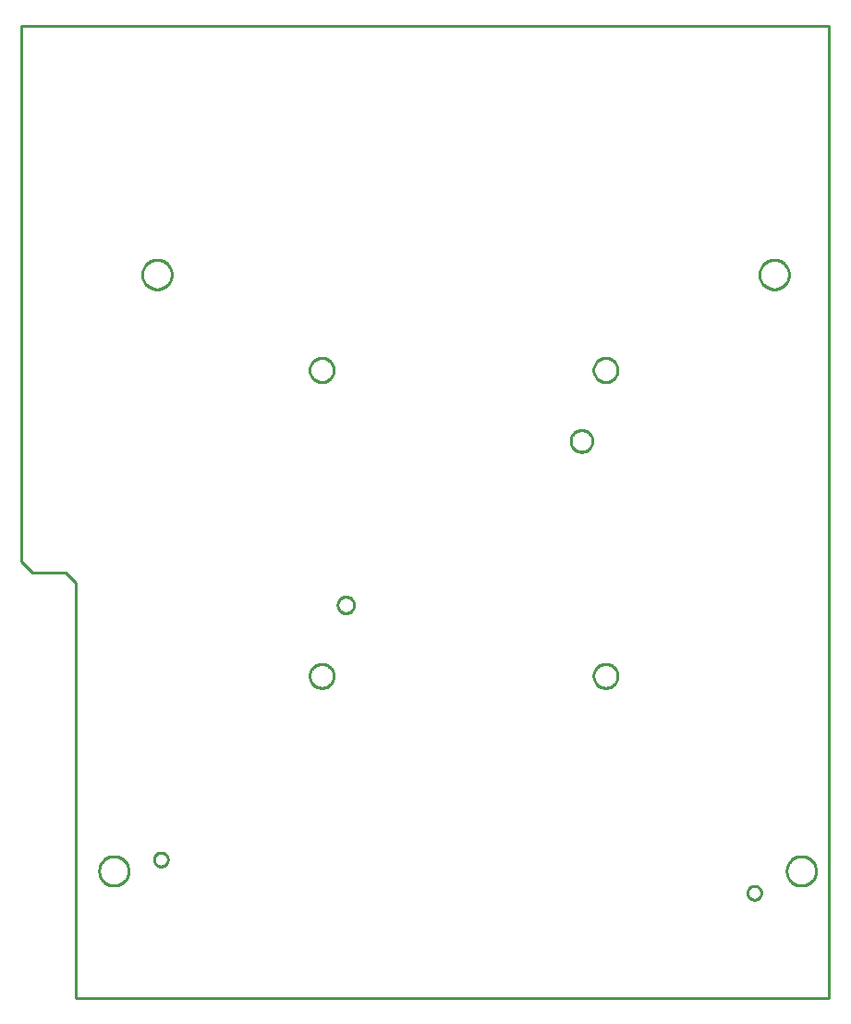
<source format=gbr>
G04 EAGLE Gerber RS-274X export*
G75*
%MOMM*%
%FSLAX34Y34*%
%LPD*%
%IN*%
%IPPOS*%
%AMOC8*
5,1,8,0,0,1.08239X$1,22.5*%
G01*
%ADD10C,0.254000*%


D10*
X0Y400000D02*
X10000Y390000D01*
X40000Y390000D01*
X50000Y380000D01*
X50000Y0D01*
X740000Y0D01*
X740000Y890000D01*
X0Y890000D01*
X0Y400000D01*
X98000Y116018D02*
X97931Y115056D01*
X97794Y114102D01*
X97589Y113159D01*
X97317Y112234D01*
X96980Y111330D01*
X96580Y110453D01*
X96118Y109607D01*
X95596Y108796D01*
X95018Y108024D01*
X94387Y107295D01*
X93705Y106613D01*
X92976Y105982D01*
X92204Y105404D01*
X91393Y104882D01*
X90547Y104420D01*
X89670Y104020D01*
X88766Y103683D01*
X87841Y103411D01*
X86899Y103206D01*
X85944Y103069D01*
X84982Y103000D01*
X84018Y103000D01*
X83056Y103069D01*
X82102Y103206D01*
X81159Y103411D01*
X80234Y103683D01*
X79330Y104020D01*
X78453Y104420D01*
X77607Y104882D01*
X76796Y105404D01*
X76024Y105982D01*
X75295Y106613D01*
X74613Y107295D01*
X73982Y108024D01*
X73404Y108796D01*
X72882Y109607D01*
X72420Y110453D01*
X72020Y111330D01*
X71683Y112234D01*
X71411Y113159D01*
X71206Y114102D01*
X71069Y115056D01*
X71000Y116018D01*
X71000Y116982D01*
X71069Y117944D01*
X71206Y118899D01*
X71411Y119841D01*
X71683Y120766D01*
X72020Y121670D01*
X72420Y122547D01*
X72882Y123393D01*
X73404Y124204D01*
X73982Y124976D01*
X74613Y125705D01*
X75295Y126387D01*
X76024Y127018D01*
X76796Y127596D01*
X77607Y128118D01*
X78453Y128580D01*
X79330Y128980D01*
X80234Y129317D01*
X81159Y129589D01*
X82102Y129794D01*
X83056Y129931D01*
X84018Y130000D01*
X84982Y130000D01*
X85944Y129931D01*
X86899Y129794D01*
X87841Y129589D01*
X88766Y129317D01*
X89670Y128980D01*
X90547Y128580D01*
X91393Y128118D01*
X92204Y127596D01*
X92976Y127018D01*
X93705Y126387D01*
X94387Y125705D01*
X95018Y124976D01*
X95596Y124204D01*
X96118Y123393D01*
X96580Y122547D01*
X96980Y121670D01*
X97317Y120766D01*
X97589Y119841D01*
X97794Y118899D01*
X97931Y117944D01*
X98000Y116982D01*
X98000Y116018D01*
X728000Y116018D02*
X727931Y115056D01*
X727794Y114102D01*
X727589Y113159D01*
X727317Y112234D01*
X726980Y111330D01*
X726580Y110453D01*
X726118Y109607D01*
X725596Y108796D01*
X725018Y108024D01*
X724387Y107295D01*
X723705Y106613D01*
X722976Y105982D01*
X722204Y105404D01*
X721393Y104882D01*
X720547Y104420D01*
X719670Y104020D01*
X718766Y103683D01*
X717841Y103411D01*
X716899Y103206D01*
X715944Y103069D01*
X714982Y103000D01*
X714018Y103000D01*
X713056Y103069D01*
X712102Y103206D01*
X711159Y103411D01*
X710234Y103683D01*
X709330Y104020D01*
X708453Y104420D01*
X707607Y104882D01*
X706796Y105404D01*
X706024Y105982D01*
X705295Y106613D01*
X704613Y107295D01*
X703982Y108024D01*
X703404Y108796D01*
X702882Y109607D01*
X702420Y110453D01*
X702020Y111330D01*
X701683Y112234D01*
X701411Y113159D01*
X701206Y114102D01*
X701069Y115056D01*
X701000Y116018D01*
X701000Y116982D01*
X701069Y117944D01*
X701206Y118899D01*
X701411Y119841D01*
X701683Y120766D01*
X702020Y121670D01*
X702420Y122547D01*
X702882Y123393D01*
X703404Y124204D01*
X703982Y124976D01*
X704613Y125705D01*
X705295Y126387D01*
X706024Y127018D01*
X706796Y127596D01*
X707607Y128118D01*
X708453Y128580D01*
X709330Y128980D01*
X710234Y129317D01*
X711159Y129589D01*
X712102Y129794D01*
X713056Y129931D01*
X714018Y130000D01*
X714982Y130000D01*
X715944Y129931D01*
X716899Y129794D01*
X717841Y129589D01*
X718766Y129317D01*
X719670Y128980D01*
X720547Y128580D01*
X721393Y128118D01*
X722204Y127596D01*
X722976Y127018D01*
X723705Y126387D01*
X724387Y125705D01*
X725018Y124976D01*
X725596Y124204D01*
X726118Y123393D01*
X726580Y122547D01*
X726980Y121670D01*
X727317Y120766D01*
X727589Y119841D01*
X727794Y118899D01*
X727931Y117944D01*
X728000Y116982D01*
X728000Y116018D01*
X137500Y662018D02*
X137431Y661056D01*
X137294Y660102D01*
X137089Y659159D01*
X136817Y658234D01*
X136480Y657330D01*
X136080Y656453D01*
X135618Y655607D01*
X135096Y654796D01*
X134518Y654024D01*
X133887Y653295D01*
X133205Y652613D01*
X132476Y651982D01*
X131704Y651404D01*
X130893Y650882D01*
X130047Y650420D01*
X129170Y650020D01*
X128266Y649683D01*
X127341Y649411D01*
X126399Y649206D01*
X125444Y649069D01*
X124482Y649000D01*
X123518Y649000D01*
X122556Y649069D01*
X121602Y649206D01*
X120659Y649411D01*
X119734Y649683D01*
X118830Y650020D01*
X117953Y650420D01*
X117107Y650882D01*
X116296Y651404D01*
X115524Y651982D01*
X114795Y652613D01*
X114113Y653295D01*
X113482Y654024D01*
X112904Y654796D01*
X112382Y655607D01*
X111920Y656453D01*
X111520Y657330D01*
X111183Y658234D01*
X110911Y659159D01*
X110706Y660102D01*
X110569Y661056D01*
X110500Y662018D01*
X110500Y662982D01*
X110569Y663944D01*
X110706Y664899D01*
X110911Y665841D01*
X111183Y666766D01*
X111520Y667670D01*
X111920Y668547D01*
X112382Y669393D01*
X112904Y670204D01*
X113482Y670976D01*
X114113Y671705D01*
X114795Y672387D01*
X115524Y673018D01*
X116296Y673596D01*
X117107Y674118D01*
X117953Y674580D01*
X118830Y674980D01*
X119734Y675317D01*
X120659Y675589D01*
X121602Y675794D01*
X122556Y675931D01*
X123518Y676000D01*
X124482Y676000D01*
X125444Y675931D01*
X126399Y675794D01*
X127341Y675589D01*
X128266Y675317D01*
X129170Y674980D01*
X130047Y674580D01*
X130893Y674118D01*
X131704Y673596D01*
X132476Y673018D01*
X133205Y672387D01*
X133887Y671705D01*
X134518Y670976D01*
X135096Y670204D01*
X135618Y669393D01*
X136080Y668547D01*
X136480Y667670D01*
X136817Y666766D01*
X137089Y665841D01*
X137294Y664899D01*
X137431Y663944D01*
X137500Y662982D01*
X137500Y662018D01*
X703000Y662018D02*
X702931Y661056D01*
X702794Y660102D01*
X702589Y659159D01*
X702317Y658234D01*
X701980Y657330D01*
X701580Y656453D01*
X701118Y655607D01*
X700596Y654796D01*
X700018Y654024D01*
X699387Y653295D01*
X698705Y652613D01*
X697976Y651982D01*
X697204Y651404D01*
X696393Y650882D01*
X695547Y650420D01*
X694670Y650020D01*
X693766Y649683D01*
X692841Y649411D01*
X691899Y649206D01*
X690944Y649069D01*
X689982Y649000D01*
X689018Y649000D01*
X688056Y649069D01*
X687102Y649206D01*
X686159Y649411D01*
X685234Y649683D01*
X684330Y650020D01*
X683453Y650420D01*
X682607Y650882D01*
X681796Y651404D01*
X681024Y651982D01*
X680295Y652613D01*
X679613Y653295D01*
X678982Y654024D01*
X678404Y654796D01*
X677882Y655607D01*
X677420Y656453D01*
X677020Y657330D01*
X676683Y658234D01*
X676411Y659159D01*
X676206Y660102D01*
X676069Y661056D01*
X676000Y662018D01*
X676000Y662982D01*
X676069Y663944D01*
X676206Y664899D01*
X676411Y665841D01*
X676683Y666766D01*
X677020Y667670D01*
X677420Y668547D01*
X677882Y669393D01*
X678404Y670204D01*
X678982Y670976D01*
X679613Y671705D01*
X680295Y672387D01*
X681024Y673018D01*
X681796Y673596D01*
X682607Y674118D01*
X683453Y674580D01*
X684330Y674980D01*
X685234Y675317D01*
X686159Y675589D01*
X687102Y675794D01*
X688056Y675931D01*
X689018Y676000D01*
X689982Y676000D01*
X690944Y675931D01*
X691899Y675794D01*
X692841Y675589D01*
X693766Y675317D01*
X694670Y674980D01*
X695547Y674580D01*
X696393Y674118D01*
X697204Y673596D01*
X697976Y673018D01*
X698705Y672387D01*
X699387Y671705D01*
X700018Y670976D01*
X700596Y670204D01*
X701118Y669393D01*
X701580Y668547D01*
X701980Y667670D01*
X702317Y666766D01*
X702589Y665841D01*
X702794Y664899D01*
X702931Y663944D01*
X703000Y662982D01*
X703000Y662018D01*
X677740Y96812D02*
X677679Y97433D01*
X677557Y98045D01*
X677376Y98642D01*
X677137Y99218D01*
X676843Y99769D01*
X676497Y100287D01*
X676101Y100770D01*
X675660Y101211D01*
X675177Y101607D01*
X674659Y101953D01*
X674108Y102247D01*
X673532Y102486D01*
X672935Y102667D01*
X672323Y102789D01*
X671702Y102850D01*
X671078Y102850D01*
X670457Y102789D01*
X669845Y102667D01*
X669248Y102486D01*
X668672Y102247D01*
X668122Y101953D01*
X667603Y101607D01*
X667120Y101211D01*
X666679Y100770D01*
X666283Y100287D01*
X665937Y99769D01*
X665643Y99218D01*
X665404Y98642D01*
X665223Y98045D01*
X665101Y97433D01*
X665040Y96812D01*
X665040Y96188D01*
X665101Y95567D01*
X665223Y94955D01*
X665404Y94358D01*
X665643Y93782D01*
X665937Y93232D01*
X666283Y92713D01*
X666679Y92230D01*
X667120Y91789D01*
X667603Y91393D01*
X668122Y91047D01*
X668672Y90753D01*
X669248Y90514D01*
X669845Y90333D01*
X670457Y90211D01*
X671078Y90150D01*
X671702Y90150D01*
X672323Y90211D01*
X672935Y90333D01*
X673532Y90514D01*
X674108Y90753D01*
X674659Y91047D01*
X675177Y91393D01*
X675660Y91789D01*
X676101Y92230D01*
X676497Y92713D01*
X676843Y93232D01*
X677137Y93782D01*
X677376Y94358D01*
X677557Y94955D01*
X677679Y95567D01*
X677740Y96188D01*
X677740Y96812D01*
X133940Y127312D02*
X133879Y127933D01*
X133757Y128545D01*
X133576Y129142D01*
X133337Y129718D01*
X133043Y130269D01*
X132697Y130787D01*
X132301Y131270D01*
X131860Y131711D01*
X131377Y132107D01*
X130859Y132453D01*
X130308Y132747D01*
X129732Y132986D01*
X129135Y133167D01*
X128523Y133289D01*
X127902Y133350D01*
X127278Y133350D01*
X126657Y133289D01*
X126045Y133167D01*
X125448Y132986D01*
X124872Y132747D01*
X124322Y132453D01*
X123803Y132107D01*
X123320Y131711D01*
X122879Y131270D01*
X122483Y130787D01*
X122137Y130269D01*
X121843Y129718D01*
X121604Y129142D01*
X121423Y128545D01*
X121301Y127933D01*
X121240Y127312D01*
X121240Y126688D01*
X121301Y126067D01*
X121423Y125455D01*
X121604Y124858D01*
X121843Y124282D01*
X122137Y123732D01*
X122483Y123213D01*
X122879Y122730D01*
X123320Y122289D01*
X123803Y121893D01*
X124322Y121547D01*
X124872Y121253D01*
X125448Y121014D01*
X126045Y120833D01*
X126657Y120711D01*
X127278Y120650D01*
X127902Y120650D01*
X128523Y120711D01*
X129135Y120833D01*
X129732Y121014D01*
X130308Y121253D01*
X130859Y121547D01*
X131377Y121893D01*
X131860Y122289D01*
X132301Y122730D01*
X132697Y123213D01*
X133043Y123732D01*
X133337Y124282D01*
X133576Y124858D01*
X133757Y125455D01*
X133879Y126067D01*
X133940Y126688D01*
X133940Y127312D01*
X304500Y359632D02*
X304428Y358898D01*
X304284Y358175D01*
X304070Y357470D01*
X303788Y356789D01*
X303441Y356140D01*
X303031Y355527D01*
X302564Y354957D01*
X302043Y354436D01*
X301473Y353969D01*
X300860Y353559D01*
X300211Y353212D01*
X299530Y352930D01*
X298825Y352716D01*
X298102Y352572D01*
X297368Y352500D01*
X296632Y352500D01*
X295898Y352572D01*
X295175Y352716D01*
X294470Y352930D01*
X293789Y353212D01*
X293140Y353559D01*
X292527Y353969D01*
X291957Y354436D01*
X291436Y354957D01*
X290969Y355527D01*
X290559Y356140D01*
X290212Y356789D01*
X289930Y357470D01*
X289716Y358175D01*
X289572Y358898D01*
X289500Y359632D01*
X289500Y360368D01*
X289572Y361102D01*
X289716Y361825D01*
X289930Y362530D01*
X290212Y363211D01*
X290559Y363860D01*
X290969Y364473D01*
X291436Y365043D01*
X291957Y365564D01*
X292527Y366031D01*
X293140Y366441D01*
X293789Y366788D01*
X294470Y367070D01*
X295175Y367284D01*
X295898Y367428D01*
X296632Y367500D01*
X297368Y367500D01*
X298102Y367428D01*
X298825Y367284D01*
X299530Y367070D01*
X300211Y366788D01*
X300860Y366441D01*
X301473Y366031D01*
X302043Y365564D01*
X302564Y365043D01*
X303031Y364473D01*
X303441Y363860D01*
X303788Y363211D01*
X304070Y362530D01*
X304284Y361825D01*
X304428Y361102D01*
X304500Y360368D01*
X304500Y359632D01*
X286000Y294568D02*
X285932Y293706D01*
X285797Y292852D01*
X285595Y292012D01*
X285328Y291190D01*
X284997Y290391D01*
X284605Y289621D01*
X284153Y288884D01*
X283645Y288185D01*
X283084Y287527D01*
X282473Y286916D01*
X281815Y286355D01*
X281116Y285847D01*
X280379Y285395D01*
X279609Y285003D01*
X278810Y284672D01*
X277988Y284405D01*
X277148Y284203D01*
X276294Y284068D01*
X275432Y284000D01*
X274568Y284000D01*
X273706Y284068D01*
X272852Y284203D01*
X272012Y284405D01*
X271190Y284672D01*
X270391Y285003D01*
X269621Y285395D01*
X268884Y285847D01*
X268185Y286355D01*
X267527Y286916D01*
X266916Y287527D01*
X266355Y288185D01*
X265847Y288884D01*
X265395Y289621D01*
X265003Y290391D01*
X264672Y291190D01*
X264405Y292012D01*
X264203Y292852D01*
X264068Y293706D01*
X264000Y294568D01*
X264000Y295432D01*
X264068Y296294D01*
X264203Y297148D01*
X264405Y297988D01*
X264672Y298810D01*
X265003Y299609D01*
X265395Y300379D01*
X265847Y301116D01*
X266355Y301815D01*
X266916Y302473D01*
X267527Y303084D01*
X268185Y303645D01*
X268884Y304153D01*
X269621Y304605D01*
X270391Y304997D01*
X271190Y305328D01*
X272012Y305595D01*
X272852Y305797D01*
X273706Y305932D01*
X274568Y306000D01*
X275432Y306000D01*
X276294Y305932D01*
X277148Y305797D01*
X277988Y305595D01*
X278810Y305328D01*
X279609Y304997D01*
X280379Y304605D01*
X281116Y304153D01*
X281815Y303645D01*
X282473Y303084D01*
X283084Y302473D01*
X283645Y301815D01*
X284153Y301116D01*
X284605Y300379D01*
X284997Y299609D01*
X285328Y298810D01*
X285595Y297988D01*
X285797Y297148D01*
X285932Y296294D01*
X286000Y295432D01*
X286000Y294568D01*
X546000Y294568D02*
X545932Y293706D01*
X545797Y292852D01*
X545595Y292012D01*
X545328Y291190D01*
X544997Y290391D01*
X544605Y289621D01*
X544153Y288884D01*
X543645Y288185D01*
X543084Y287527D01*
X542473Y286916D01*
X541815Y286355D01*
X541116Y285847D01*
X540379Y285395D01*
X539609Y285003D01*
X538810Y284672D01*
X537988Y284405D01*
X537148Y284203D01*
X536294Y284068D01*
X535432Y284000D01*
X534568Y284000D01*
X533706Y284068D01*
X532852Y284203D01*
X532012Y284405D01*
X531190Y284672D01*
X530391Y285003D01*
X529621Y285395D01*
X528884Y285847D01*
X528185Y286355D01*
X527527Y286916D01*
X526916Y287527D01*
X526355Y288185D01*
X525847Y288884D01*
X525395Y289621D01*
X525003Y290391D01*
X524672Y291190D01*
X524405Y292012D01*
X524203Y292852D01*
X524068Y293706D01*
X524000Y294568D01*
X524000Y295432D01*
X524068Y296294D01*
X524203Y297148D01*
X524405Y297988D01*
X524672Y298810D01*
X525003Y299609D01*
X525395Y300379D01*
X525847Y301116D01*
X526355Y301815D01*
X526916Y302473D01*
X527527Y303084D01*
X528185Y303645D01*
X528884Y304153D01*
X529621Y304605D01*
X530391Y304997D01*
X531190Y305328D01*
X532012Y305595D01*
X532852Y305797D01*
X533706Y305932D01*
X534568Y306000D01*
X535432Y306000D01*
X536294Y305932D01*
X537148Y305797D01*
X537988Y305595D01*
X538810Y305328D01*
X539609Y304997D01*
X540379Y304605D01*
X541116Y304153D01*
X541815Y303645D01*
X542473Y303084D01*
X543084Y302473D01*
X543645Y301815D01*
X544153Y301116D01*
X544605Y300379D01*
X544997Y299609D01*
X545328Y298810D01*
X545595Y297988D01*
X545797Y297148D01*
X545932Y296294D01*
X546000Y295432D01*
X546000Y294568D01*
X523000Y509563D02*
X522924Y508694D01*
X522772Y507834D01*
X522546Y506990D01*
X522248Y506170D01*
X521879Y505378D01*
X521442Y504622D01*
X520941Y503907D01*
X520380Y503238D01*
X519762Y502620D01*
X519093Y502059D01*
X518378Y501558D01*
X517622Y501121D01*
X516830Y500752D01*
X516010Y500454D01*
X515166Y500228D01*
X514307Y500076D01*
X513437Y500000D01*
X512563Y500000D01*
X511694Y500076D01*
X510834Y500228D01*
X509990Y500454D01*
X509170Y500752D01*
X508378Y501121D01*
X507622Y501558D01*
X506907Y502059D01*
X506238Y502620D01*
X505620Y503238D01*
X505059Y503907D01*
X504558Y504622D01*
X504121Y505378D01*
X503752Y506170D01*
X503454Y506990D01*
X503228Y507834D01*
X503076Y508694D01*
X503000Y509563D01*
X503000Y510437D01*
X503076Y511307D01*
X503228Y512166D01*
X503454Y513010D01*
X503752Y513830D01*
X504121Y514622D01*
X504558Y515378D01*
X505059Y516093D01*
X505620Y516762D01*
X506238Y517380D01*
X506907Y517941D01*
X507622Y518442D01*
X508378Y518879D01*
X509170Y519248D01*
X509990Y519546D01*
X510834Y519772D01*
X511694Y519924D01*
X512563Y520000D01*
X513437Y520000D01*
X514307Y519924D01*
X515166Y519772D01*
X516010Y519546D01*
X516830Y519248D01*
X517622Y518879D01*
X518378Y518442D01*
X519093Y517941D01*
X519762Y517380D01*
X520380Y516762D01*
X520941Y516093D01*
X521442Y515378D01*
X521879Y514622D01*
X522248Y513830D01*
X522546Y513010D01*
X522772Y512166D01*
X522924Y511307D01*
X523000Y510437D01*
X523000Y509563D01*
X546000Y574568D02*
X545932Y573706D01*
X545797Y572852D01*
X545595Y572012D01*
X545328Y571190D01*
X544997Y570391D01*
X544605Y569621D01*
X544153Y568884D01*
X543645Y568185D01*
X543084Y567527D01*
X542473Y566916D01*
X541815Y566355D01*
X541116Y565847D01*
X540379Y565395D01*
X539609Y565003D01*
X538810Y564672D01*
X537988Y564405D01*
X537148Y564203D01*
X536294Y564068D01*
X535432Y564000D01*
X534568Y564000D01*
X533706Y564068D01*
X532852Y564203D01*
X532012Y564405D01*
X531190Y564672D01*
X530391Y565003D01*
X529621Y565395D01*
X528884Y565847D01*
X528185Y566355D01*
X527527Y566916D01*
X526916Y567527D01*
X526355Y568185D01*
X525847Y568884D01*
X525395Y569621D01*
X525003Y570391D01*
X524672Y571190D01*
X524405Y572012D01*
X524203Y572852D01*
X524068Y573706D01*
X524000Y574568D01*
X524000Y575432D01*
X524068Y576294D01*
X524203Y577148D01*
X524405Y577988D01*
X524672Y578810D01*
X525003Y579609D01*
X525395Y580379D01*
X525847Y581116D01*
X526355Y581815D01*
X526916Y582473D01*
X527527Y583084D01*
X528185Y583645D01*
X528884Y584153D01*
X529621Y584605D01*
X530391Y584997D01*
X531190Y585328D01*
X532012Y585595D01*
X532852Y585797D01*
X533706Y585932D01*
X534568Y586000D01*
X535432Y586000D01*
X536294Y585932D01*
X537148Y585797D01*
X537988Y585595D01*
X538810Y585328D01*
X539609Y584997D01*
X540379Y584605D01*
X541116Y584153D01*
X541815Y583645D01*
X542473Y583084D01*
X543084Y582473D01*
X543645Y581815D01*
X544153Y581116D01*
X544605Y580379D01*
X544997Y579609D01*
X545328Y578810D01*
X545595Y577988D01*
X545797Y577148D01*
X545932Y576294D01*
X546000Y575432D01*
X546000Y574568D01*
X286000Y574568D02*
X285932Y573706D01*
X285797Y572852D01*
X285595Y572012D01*
X285328Y571190D01*
X284997Y570391D01*
X284605Y569621D01*
X284153Y568884D01*
X283645Y568185D01*
X283084Y567527D01*
X282473Y566916D01*
X281815Y566355D01*
X281116Y565847D01*
X280379Y565395D01*
X279609Y565003D01*
X278810Y564672D01*
X277988Y564405D01*
X277148Y564203D01*
X276294Y564068D01*
X275432Y564000D01*
X274568Y564000D01*
X273706Y564068D01*
X272852Y564203D01*
X272012Y564405D01*
X271190Y564672D01*
X270391Y565003D01*
X269621Y565395D01*
X268884Y565847D01*
X268185Y566355D01*
X267527Y566916D01*
X266916Y567527D01*
X266355Y568185D01*
X265847Y568884D01*
X265395Y569621D01*
X265003Y570391D01*
X264672Y571190D01*
X264405Y572012D01*
X264203Y572852D01*
X264068Y573706D01*
X264000Y574568D01*
X264000Y575432D01*
X264068Y576294D01*
X264203Y577148D01*
X264405Y577988D01*
X264672Y578810D01*
X265003Y579609D01*
X265395Y580379D01*
X265847Y581116D01*
X266355Y581815D01*
X266916Y582473D01*
X267527Y583084D01*
X268185Y583645D01*
X268884Y584153D01*
X269621Y584605D01*
X270391Y584997D01*
X271190Y585328D01*
X272012Y585595D01*
X272852Y585797D01*
X273706Y585932D01*
X274568Y586000D01*
X275432Y586000D01*
X276294Y585932D01*
X277148Y585797D01*
X277988Y585595D01*
X278810Y585328D01*
X279609Y584997D01*
X280379Y584605D01*
X281116Y584153D01*
X281815Y583645D01*
X282473Y583084D01*
X283084Y582473D01*
X283645Y581815D01*
X284153Y581116D01*
X284605Y580379D01*
X284997Y579609D01*
X285328Y578810D01*
X285595Y577988D01*
X285797Y577148D01*
X285932Y576294D01*
X286000Y575432D01*
X286000Y574568D01*
M02*

</source>
